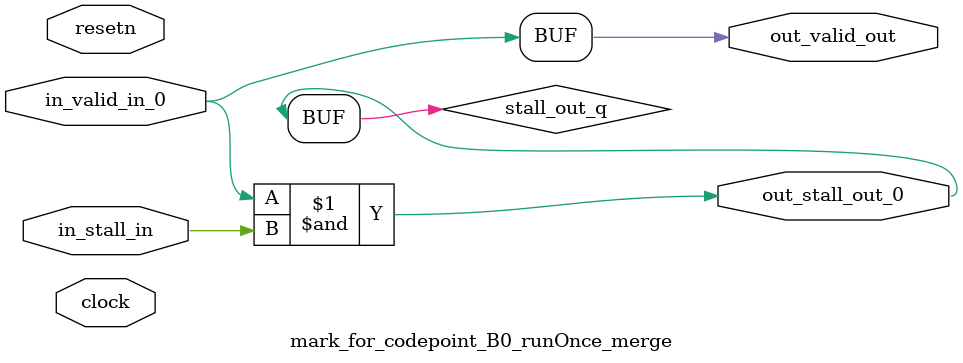
<source format=sv>



(* altera_attribute = "-name AUTO_SHIFT_REGISTER_RECOGNITION OFF; -name MESSAGE_DISABLE 10036; -name MESSAGE_DISABLE 10037; -name MESSAGE_DISABLE 14130; -name MESSAGE_DISABLE 14320; -name MESSAGE_DISABLE 15400; -name MESSAGE_DISABLE 14130; -name MESSAGE_DISABLE 10036; -name MESSAGE_DISABLE 12020; -name MESSAGE_DISABLE 12030; -name MESSAGE_DISABLE 12010; -name MESSAGE_DISABLE 12110; -name MESSAGE_DISABLE 14320; -name MESSAGE_DISABLE 13410; -name MESSAGE_DISABLE 113007; -name MESSAGE_DISABLE 10958" *)
module mark_for_codepoint_B0_runOnce_merge (
    input wire [0:0] in_stall_in,
    input wire [0:0] in_valid_in_0,
    output wire [0:0] out_stall_out_0,
    output wire [0:0] out_valid_out,
    input wire clock,
    input wire resetn
    );

    wire [0:0] stall_out_q;


    // stall_out(LOGICAL,6)
    assign stall_out_q = in_valid_in_0 & in_stall_in;

    // out_stall_out_0(GPOUT,4)
    assign out_stall_out_0 = stall_out_q;

    // out_valid_out(GPOUT,5)
    assign out_valid_out = in_valid_in_0;

endmodule

</source>
